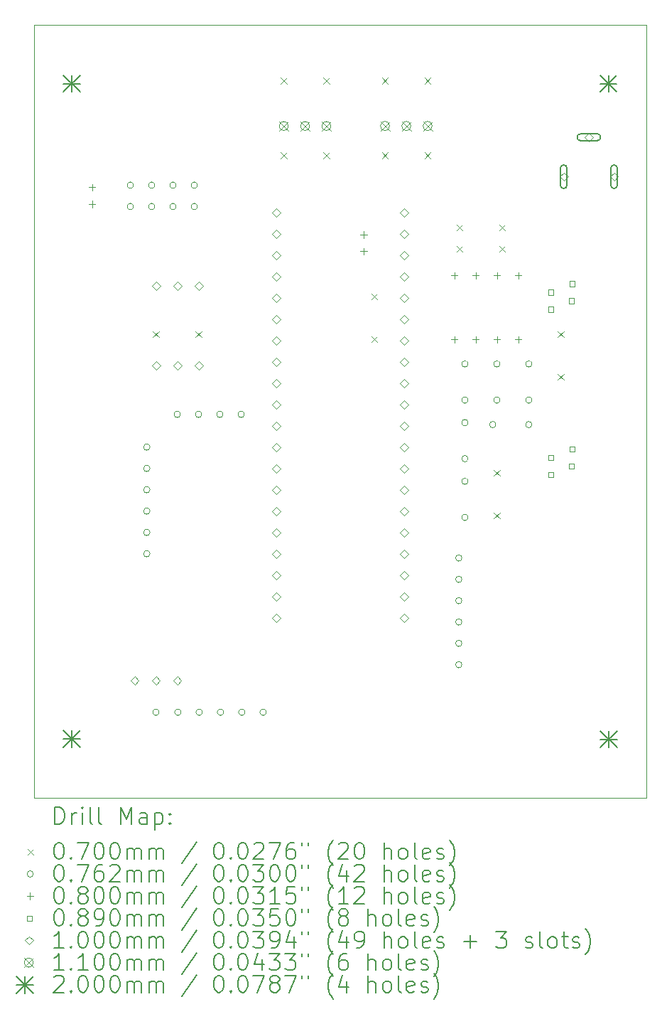
<source format=gbr>
%FSLAX45Y45*%
G04 Gerber Fmt 4.5, Leading zero omitted, Abs format (unit mm)*
G04 Created by KiCad (PCBNEW (6.0.4)) date 2023-07-19 00:07:37*
%MOMM*%
%LPD*%
G01*
G04 APERTURE LIST*
%TA.AperFunction,Profile*%
%ADD10C,0.100000*%
%TD*%
%ADD11C,0.200000*%
%ADD12C,0.070000*%
%ADD13C,0.076200*%
%ADD14C,0.080000*%
%ADD15C,0.089000*%
%ADD16C,0.100000*%
%ADD17C,0.110000*%
G04 APERTURE END LIST*
D10*
X0Y9200000D02*
X7300000Y9200000D01*
X7300000Y9200000D02*
X7300000Y0D01*
X7300000Y0D02*
X0Y0D01*
X0Y0D02*
X0Y9200000D01*
D11*
D12*
X1420500Y5554500D02*
X1490500Y5484500D01*
X1490500Y5554500D02*
X1420500Y5484500D01*
X1928500Y5554500D02*
X1998500Y5484500D01*
X1998500Y5554500D02*
X1928500Y5484500D01*
X2944500Y8570000D02*
X3014500Y8500000D01*
X3014500Y8570000D02*
X2944500Y8500000D01*
X2944500Y7681000D02*
X3014500Y7611000D01*
X3014500Y7681000D02*
X2944500Y7611000D01*
X3452500Y8570000D02*
X3522500Y8500000D01*
X3522500Y8570000D02*
X3452500Y8500000D01*
X3452500Y7681000D02*
X3522500Y7611000D01*
X3522500Y7681000D02*
X3452500Y7611000D01*
X4024000Y5999000D02*
X4094000Y5929000D01*
X4094000Y5999000D02*
X4024000Y5929000D01*
X4024000Y5491000D02*
X4094000Y5421000D01*
X4094000Y5491000D02*
X4024000Y5421000D01*
X4151000Y8570000D02*
X4221000Y8500000D01*
X4221000Y8570000D02*
X4151000Y8500000D01*
X4151000Y7681000D02*
X4221000Y7611000D01*
X4221000Y7681000D02*
X4151000Y7611000D01*
X4659000Y8570000D02*
X4729000Y8500000D01*
X4729000Y8570000D02*
X4659000Y8500000D01*
X4659000Y7681000D02*
X4729000Y7611000D01*
X4729000Y7681000D02*
X4659000Y7611000D01*
X5040000Y6824500D02*
X5110000Y6754500D01*
X5110000Y6824500D02*
X5040000Y6754500D01*
X5040000Y6570500D02*
X5110000Y6500500D01*
X5110000Y6570500D02*
X5040000Y6500500D01*
X5484500Y3903500D02*
X5554500Y3833500D01*
X5554500Y3903500D02*
X5484500Y3833500D01*
X5484500Y3395500D02*
X5554500Y3325500D01*
X5554500Y3395500D02*
X5484500Y3325500D01*
X5548000Y6824500D02*
X5618000Y6754500D01*
X5618000Y6824500D02*
X5548000Y6754500D01*
X5548000Y6570500D02*
X5618000Y6500500D01*
X5618000Y6570500D02*
X5548000Y6500500D01*
X6246500Y5554500D02*
X6316500Y5484500D01*
X6316500Y5554500D02*
X6246500Y5484500D01*
X6246500Y5046500D02*
X6316500Y4976500D01*
X6316500Y5046500D02*
X6246500Y4976500D01*
D13*
X1188800Y7291000D02*
G75*
G03*
X1188800Y7291000I-38100J0D01*
G01*
X1188800Y7037000D02*
G75*
G03*
X1188800Y7037000I-38100J0D01*
G01*
X1384600Y4173300D02*
G75*
G03*
X1384600Y4173300I-38100J0D01*
G01*
X1384600Y3919300D02*
G75*
G03*
X1384600Y3919300I-38100J0D01*
G01*
X1384600Y3665300D02*
G75*
G03*
X1384600Y3665300I-38100J0D01*
G01*
X1384600Y3411300D02*
G75*
G03*
X1384600Y3411300I-38100J0D01*
G01*
X1384600Y3157300D02*
G75*
G03*
X1384600Y3157300I-38100J0D01*
G01*
X1384600Y2903300D02*
G75*
G03*
X1384600Y2903300I-38100J0D01*
G01*
X1442800Y7291000D02*
G75*
G03*
X1442800Y7291000I-38100J0D01*
G01*
X1442800Y7037000D02*
G75*
G03*
X1442800Y7037000I-38100J0D01*
G01*
X1493600Y1016000D02*
G75*
G03*
X1493600Y1016000I-38100J0D01*
G01*
X1696800Y7291000D02*
G75*
G03*
X1696800Y7291000I-38100J0D01*
G01*
X1696800Y7037000D02*
G75*
G03*
X1696800Y7037000I-38100J0D01*
G01*
X1747600Y4562000D02*
G75*
G03*
X1747600Y4562000I-38100J0D01*
G01*
X1755600Y1016000D02*
G75*
G03*
X1755600Y1016000I-38100J0D01*
G01*
X1950800Y7291000D02*
G75*
G03*
X1950800Y7291000I-38100J0D01*
G01*
X1950800Y7037000D02*
G75*
G03*
X1950800Y7037000I-38100J0D01*
G01*
X2001600Y4562000D02*
G75*
G03*
X2001600Y4562000I-38100J0D01*
G01*
X2009600Y1016000D02*
G75*
G03*
X2009600Y1016000I-38100J0D01*
G01*
X2255600Y4562000D02*
G75*
G03*
X2255600Y4562000I-38100J0D01*
G01*
X2263600Y1016000D02*
G75*
G03*
X2263600Y1016000I-38100J0D01*
G01*
X2509600Y4562000D02*
G75*
G03*
X2509600Y4562000I-38100J0D01*
G01*
X2517600Y1016000D02*
G75*
G03*
X2517600Y1016000I-38100J0D01*
G01*
X2771600Y1016000D02*
G75*
G03*
X2771600Y1016000I-38100J0D01*
G01*
X5103100Y2852500D02*
G75*
G03*
X5103100Y2852500I-38100J0D01*
G01*
X5103100Y2598500D02*
G75*
G03*
X5103100Y2598500I-38100J0D01*
G01*
X5103100Y2344500D02*
G75*
G03*
X5103100Y2344500I-38100J0D01*
G01*
X5103100Y2090500D02*
G75*
G03*
X5103100Y2090500I-38100J0D01*
G01*
X5103100Y1836500D02*
G75*
G03*
X5103100Y1836500I-38100J0D01*
G01*
X5103100Y1582500D02*
G75*
G03*
X5103100Y1582500I-38100J0D01*
G01*
X5176600Y5163000D02*
G75*
G03*
X5176600Y5163000I-38100J0D01*
G01*
X5176600Y4733000D02*
G75*
G03*
X5176600Y4733000I-38100J0D01*
G01*
X5176600Y4464500D02*
G75*
G03*
X5176600Y4464500I-38100J0D01*
G01*
X5176600Y4034500D02*
G75*
G03*
X5176600Y4034500I-38100J0D01*
G01*
X5176600Y3766000D02*
G75*
G03*
X5176600Y3766000I-38100J0D01*
G01*
X5176600Y3336000D02*
G75*
G03*
X5176600Y3336000I-38100J0D01*
G01*
X5507700Y4440000D02*
G75*
G03*
X5507700Y4440000I-38100J0D01*
G01*
X5557600Y5163000D02*
G75*
G03*
X5557600Y5163000I-38100J0D01*
G01*
X5557600Y4733000D02*
G75*
G03*
X5557600Y4733000I-38100J0D01*
G01*
X5937700Y4440000D02*
G75*
G03*
X5937700Y4440000I-38100J0D01*
G01*
X5938600Y5163000D02*
G75*
G03*
X5938600Y5163000I-38100J0D01*
G01*
X5938600Y4733000D02*
G75*
G03*
X5938600Y4733000I-38100J0D01*
G01*
D14*
X693500Y7306011D02*
X693500Y7226011D01*
X653500Y7266011D02*
X733500Y7266011D01*
X693500Y7106011D02*
X693500Y7026011D01*
X653500Y7066011D02*
X733500Y7066011D01*
X3932000Y6743489D02*
X3932000Y6663489D01*
X3892000Y6703489D02*
X3972000Y6703489D01*
X3932000Y6543489D02*
X3932000Y6463489D01*
X3892000Y6503489D02*
X3972000Y6503489D01*
X5012500Y6256500D02*
X5012500Y6176500D01*
X4972500Y6216500D02*
X5052500Y6216500D01*
X5012500Y5494500D02*
X5012500Y5414500D01*
X4972500Y5454500D02*
X5052500Y5454500D01*
X5266500Y6256500D02*
X5266500Y6176500D01*
X5226500Y6216500D02*
X5306500Y6216500D01*
X5266500Y5494500D02*
X5266500Y5414500D01*
X5226500Y5454500D02*
X5306500Y5454500D01*
X5520500Y6256500D02*
X5520500Y6176500D01*
X5480500Y6216500D02*
X5560500Y6216500D01*
X5520500Y5494500D02*
X5520500Y5414500D01*
X5480500Y5454500D02*
X5560500Y5454500D01*
X5774500Y6256500D02*
X5774500Y6176500D01*
X5734500Y6216500D02*
X5814500Y6216500D01*
X5774500Y5494500D02*
X5774500Y5414500D01*
X5734500Y5454500D02*
X5814500Y5454500D01*
D15*
X6196467Y5983533D02*
X6196467Y6046467D01*
X6133533Y6046467D01*
X6133533Y5983533D01*
X6196467Y5983533D01*
X6196467Y5780033D02*
X6196467Y5842967D01*
X6133533Y5842967D01*
X6133533Y5780033D01*
X6196467Y5780033D01*
X6196467Y4015033D02*
X6196467Y4077967D01*
X6133533Y4077967D01*
X6133533Y4015033D01*
X6196467Y4015033D01*
X6196467Y3811533D02*
X6196467Y3874467D01*
X6133533Y3874467D01*
X6133533Y3811533D01*
X6196467Y3811533D01*
X6440467Y5881533D02*
X6440467Y5944467D01*
X6377533Y5944467D01*
X6377533Y5881533D01*
X6440467Y5881533D01*
X6440467Y3913033D02*
X6440467Y3975967D01*
X6377533Y3975967D01*
X6377533Y3913033D01*
X6440467Y3913033D01*
X6450467Y6085033D02*
X6450467Y6147967D01*
X6387533Y6147967D01*
X6387533Y6085033D01*
X6450467Y6085033D01*
X6450467Y4116533D02*
X6450467Y4179467D01*
X6387533Y4179467D01*
X6387533Y4116533D01*
X6450467Y4116533D01*
D16*
X1201500Y1342000D02*
X1251500Y1392000D01*
X1201500Y1442000D01*
X1151500Y1392000D01*
X1201500Y1342000D01*
X1455500Y1342000D02*
X1505500Y1392000D01*
X1455500Y1442000D01*
X1405500Y1392000D01*
X1455500Y1342000D01*
X1457000Y6043500D02*
X1507000Y6093500D01*
X1457000Y6143500D01*
X1407000Y6093500D01*
X1457000Y6043500D01*
X1457000Y5091000D02*
X1507000Y5141000D01*
X1457000Y5191000D01*
X1407000Y5141000D01*
X1457000Y5091000D01*
X1709500Y1342000D02*
X1759500Y1392000D01*
X1709500Y1442000D01*
X1659500Y1392000D01*
X1709500Y1342000D01*
X1711000Y6043500D02*
X1761000Y6093500D01*
X1711000Y6143500D01*
X1661000Y6093500D01*
X1711000Y6043500D01*
X1711000Y5091000D02*
X1761000Y5141000D01*
X1711000Y5191000D01*
X1661000Y5141000D01*
X1711000Y5091000D01*
X1965000Y6043500D02*
X2015000Y6093500D01*
X1965000Y6143500D01*
X1915000Y6093500D01*
X1965000Y6043500D01*
X1965000Y5091000D02*
X2015000Y5141000D01*
X1965000Y5191000D01*
X1915000Y5141000D01*
X1965000Y5091000D01*
X2888000Y6913000D02*
X2938000Y6963000D01*
X2888000Y7013000D01*
X2838000Y6963000D01*
X2888000Y6913000D01*
X2888000Y6659000D02*
X2938000Y6709000D01*
X2888000Y6759000D01*
X2838000Y6709000D01*
X2888000Y6659000D01*
X2888000Y6405000D02*
X2938000Y6455000D01*
X2888000Y6505000D01*
X2838000Y6455000D01*
X2888000Y6405000D01*
X2888000Y6151000D02*
X2938000Y6201000D01*
X2888000Y6251000D01*
X2838000Y6201000D01*
X2888000Y6151000D01*
X2888000Y5897000D02*
X2938000Y5947000D01*
X2888000Y5997000D01*
X2838000Y5947000D01*
X2888000Y5897000D01*
X2888000Y5643000D02*
X2938000Y5693000D01*
X2888000Y5743000D01*
X2838000Y5693000D01*
X2888000Y5643000D01*
X2888000Y5389000D02*
X2938000Y5439000D01*
X2888000Y5489000D01*
X2838000Y5439000D01*
X2888000Y5389000D01*
X2888000Y5135000D02*
X2938000Y5185000D01*
X2888000Y5235000D01*
X2838000Y5185000D01*
X2888000Y5135000D01*
X2888000Y4881000D02*
X2938000Y4931000D01*
X2888000Y4981000D01*
X2838000Y4931000D01*
X2888000Y4881000D01*
X2888000Y4627000D02*
X2938000Y4677000D01*
X2888000Y4727000D01*
X2838000Y4677000D01*
X2888000Y4627000D01*
X2888000Y4373000D02*
X2938000Y4423000D01*
X2888000Y4473000D01*
X2838000Y4423000D01*
X2888000Y4373000D01*
X2888000Y4119000D02*
X2938000Y4169000D01*
X2888000Y4219000D01*
X2838000Y4169000D01*
X2888000Y4119000D01*
X2888000Y3865000D02*
X2938000Y3915000D01*
X2888000Y3965000D01*
X2838000Y3915000D01*
X2888000Y3865000D01*
X2888000Y3611000D02*
X2938000Y3661000D01*
X2888000Y3711000D01*
X2838000Y3661000D01*
X2888000Y3611000D01*
X2888000Y3357000D02*
X2938000Y3407000D01*
X2888000Y3457000D01*
X2838000Y3407000D01*
X2888000Y3357000D01*
X2888000Y3103000D02*
X2938000Y3153000D01*
X2888000Y3203000D01*
X2838000Y3153000D01*
X2888000Y3103000D01*
X2888000Y2849000D02*
X2938000Y2899000D01*
X2888000Y2949000D01*
X2838000Y2899000D01*
X2888000Y2849000D01*
X2888000Y2595000D02*
X2938000Y2645000D01*
X2888000Y2695000D01*
X2838000Y2645000D01*
X2888000Y2595000D01*
X2888000Y2341000D02*
X2938000Y2391000D01*
X2888000Y2441000D01*
X2838000Y2391000D01*
X2888000Y2341000D01*
X2888000Y2087000D02*
X2938000Y2137000D01*
X2888000Y2187000D01*
X2838000Y2137000D01*
X2888000Y2087000D01*
X4412000Y6913000D02*
X4462000Y6963000D01*
X4412000Y7013000D01*
X4362000Y6963000D01*
X4412000Y6913000D01*
X4412000Y6659000D02*
X4462000Y6709000D01*
X4412000Y6759000D01*
X4362000Y6709000D01*
X4412000Y6659000D01*
X4412000Y6405000D02*
X4462000Y6455000D01*
X4412000Y6505000D01*
X4362000Y6455000D01*
X4412000Y6405000D01*
X4412000Y6151000D02*
X4462000Y6201000D01*
X4412000Y6251000D01*
X4362000Y6201000D01*
X4412000Y6151000D01*
X4412000Y5897000D02*
X4462000Y5947000D01*
X4412000Y5997000D01*
X4362000Y5947000D01*
X4412000Y5897000D01*
X4412000Y5643000D02*
X4462000Y5693000D01*
X4412000Y5743000D01*
X4362000Y5693000D01*
X4412000Y5643000D01*
X4412000Y5389000D02*
X4462000Y5439000D01*
X4412000Y5489000D01*
X4362000Y5439000D01*
X4412000Y5389000D01*
X4412000Y5135000D02*
X4462000Y5185000D01*
X4412000Y5235000D01*
X4362000Y5185000D01*
X4412000Y5135000D01*
X4412000Y4881000D02*
X4462000Y4931000D01*
X4412000Y4981000D01*
X4362000Y4931000D01*
X4412000Y4881000D01*
X4412000Y4627000D02*
X4462000Y4677000D01*
X4412000Y4727000D01*
X4362000Y4677000D01*
X4412000Y4627000D01*
X4412000Y4373000D02*
X4462000Y4423000D01*
X4412000Y4473000D01*
X4362000Y4423000D01*
X4412000Y4373000D01*
X4412000Y4119000D02*
X4462000Y4169000D01*
X4412000Y4219000D01*
X4362000Y4169000D01*
X4412000Y4119000D01*
X4412000Y3865000D02*
X4462000Y3915000D01*
X4412000Y3965000D01*
X4362000Y3915000D01*
X4412000Y3865000D01*
X4412000Y3611000D02*
X4462000Y3661000D01*
X4412000Y3711000D01*
X4362000Y3661000D01*
X4412000Y3611000D01*
X4412000Y3357000D02*
X4462000Y3407000D01*
X4412000Y3457000D01*
X4362000Y3407000D01*
X4412000Y3357000D01*
X4412000Y3103000D02*
X4462000Y3153000D01*
X4412000Y3203000D01*
X4362000Y3153000D01*
X4412000Y3103000D01*
X4412000Y2849000D02*
X4462000Y2899000D01*
X4412000Y2949000D01*
X4362000Y2899000D01*
X4412000Y2849000D01*
X4412000Y2595000D02*
X4462000Y2645000D01*
X4412000Y2695000D01*
X4362000Y2645000D01*
X4412000Y2595000D01*
X4412000Y2341000D02*
X4462000Y2391000D01*
X4412000Y2441000D01*
X4362000Y2391000D01*
X4412000Y2341000D01*
X4412000Y2087000D02*
X4462000Y2137000D01*
X4412000Y2187000D01*
X4362000Y2137000D01*
X4412000Y2087000D01*
X6316500Y7342250D02*
X6366500Y7392250D01*
X6316500Y7442250D01*
X6266500Y7392250D01*
X6316500Y7342250D01*
D11*
X6356500Y7292250D02*
X6356500Y7492250D01*
X6276500Y7292250D02*
X6276500Y7492250D01*
X6356500Y7492250D02*
G75*
G03*
X6276500Y7492250I-40000J0D01*
G01*
X6276500Y7292250D02*
G75*
G03*
X6356500Y7292250I40000J0D01*
G01*
D16*
X6616500Y7812250D02*
X6666500Y7862250D01*
X6616500Y7912250D01*
X6566500Y7862250D01*
X6616500Y7812250D01*
D11*
X6716500Y7902250D02*
X6516500Y7902250D01*
X6716500Y7822250D02*
X6516500Y7822250D01*
X6516500Y7902250D02*
G75*
G03*
X6516500Y7822250I0J-40000D01*
G01*
X6716500Y7822250D02*
G75*
G03*
X6716500Y7902250I0J40000D01*
G01*
D16*
X6916500Y7342250D02*
X6966500Y7392250D01*
X6916500Y7442250D01*
X6866500Y7392250D01*
X6916500Y7342250D01*
D11*
X6956500Y7292250D02*
X6956500Y7492250D01*
X6876500Y7292250D02*
X6876500Y7492250D01*
X6956500Y7492250D02*
G75*
G03*
X6876500Y7492250I-40000J0D01*
G01*
X6876500Y7292250D02*
G75*
G03*
X6956500Y7292250I40000J0D01*
G01*
D17*
X2924500Y8051000D02*
X3034500Y7941000D01*
X3034500Y8051000D02*
X2924500Y7941000D01*
X3034500Y7996000D02*
G75*
G03*
X3034500Y7996000I-55000J0D01*
G01*
X3178500Y8051000D02*
X3288500Y7941000D01*
X3288500Y8051000D02*
X3178500Y7941000D01*
X3288500Y7996000D02*
G75*
G03*
X3288500Y7996000I-55000J0D01*
G01*
X3432500Y8051000D02*
X3542500Y7941000D01*
X3542500Y8051000D02*
X3432500Y7941000D01*
X3542500Y7996000D02*
G75*
G03*
X3542500Y7996000I-55000J0D01*
G01*
X4131000Y8051000D02*
X4241000Y7941000D01*
X4241000Y8051000D02*
X4131000Y7941000D01*
X4241000Y7996000D02*
G75*
G03*
X4241000Y7996000I-55000J0D01*
G01*
X4385000Y8051000D02*
X4495000Y7941000D01*
X4495000Y8051000D02*
X4385000Y7941000D01*
X4495000Y7996000D02*
G75*
G03*
X4495000Y7996000I-55000J0D01*
G01*
X4639000Y8051000D02*
X4749000Y7941000D01*
X4749000Y8051000D02*
X4639000Y7941000D01*
X4749000Y7996000D02*
G75*
G03*
X4749000Y7996000I-55000J0D01*
G01*
D11*
X350000Y8600000D02*
X550000Y8400000D01*
X550000Y8600000D02*
X350000Y8400000D01*
X450000Y8600000D02*
X450000Y8400000D01*
X350000Y8500000D02*
X550000Y8500000D01*
X350000Y800000D02*
X550000Y600000D01*
X550000Y800000D02*
X350000Y600000D01*
X450000Y800000D02*
X450000Y600000D01*
X350000Y700000D02*
X550000Y700000D01*
X6750000Y8600000D02*
X6950000Y8400000D01*
X6950000Y8600000D02*
X6750000Y8400000D01*
X6850000Y8600000D02*
X6850000Y8400000D01*
X6750000Y8500000D02*
X6950000Y8500000D01*
X6753000Y793500D02*
X6953000Y593500D01*
X6953000Y793500D02*
X6753000Y593500D01*
X6853000Y793500D02*
X6853000Y593500D01*
X6753000Y693500D02*
X6953000Y693500D01*
X252619Y-315476D02*
X252619Y-115476D01*
X300238Y-115476D01*
X328810Y-125000D01*
X347857Y-144048D01*
X357381Y-163095D01*
X366905Y-201190D01*
X366905Y-229762D01*
X357381Y-267857D01*
X347857Y-286905D01*
X328810Y-305952D01*
X300238Y-315476D01*
X252619Y-315476D01*
X452619Y-315476D02*
X452619Y-182143D01*
X452619Y-220238D02*
X462143Y-201190D01*
X471667Y-191667D01*
X490714Y-182143D01*
X509762Y-182143D01*
X576429Y-315476D02*
X576429Y-182143D01*
X576429Y-115476D02*
X566905Y-125000D01*
X576429Y-134524D01*
X585952Y-125000D01*
X576429Y-115476D01*
X576429Y-134524D01*
X700238Y-315476D02*
X681190Y-305952D01*
X671667Y-286905D01*
X671667Y-115476D01*
X805000Y-315476D02*
X785952Y-305952D01*
X776428Y-286905D01*
X776428Y-115476D01*
X1033571Y-315476D02*
X1033571Y-115476D01*
X1100238Y-258333D01*
X1166905Y-115476D01*
X1166905Y-315476D01*
X1347857Y-315476D02*
X1347857Y-210714D01*
X1338333Y-191667D01*
X1319286Y-182143D01*
X1281190Y-182143D01*
X1262143Y-191667D01*
X1347857Y-305952D02*
X1328810Y-315476D01*
X1281190Y-315476D01*
X1262143Y-305952D01*
X1252619Y-286905D01*
X1252619Y-267857D01*
X1262143Y-248809D01*
X1281190Y-239286D01*
X1328810Y-239286D01*
X1347857Y-229762D01*
X1443095Y-182143D02*
X1443095Y-382143D01*
X1443095Y-191667D02*
X1462143Y-182143D01*
X1500238Y-182143D01*
X1519286Y-191667D01*
X1528809Y-201190D01*
X1538333Y-220238D01*
X1538333Y-277381D01*
X1528809Y-296429D01*
X1519286Y-305952D01*
X1500238Y-315476D01*
X1462143Y-315476D01*
X1443095Y-305952D01*
X1624048Y-296429D02*
X1633571Y-305952D01*
X1624048Y-315476D01*
X1614524Y-305952D01*
X1624048Y-296429D01*
X1624048Y-315476D01*
X1624048Y-191667D02*
X1633571Y-201190D01*
X1624048Y-210714D01*
X1614524Y-201190D01*
X1624048Y-191667D01*
X1624048Y-210714D01*
D12*
X-75000Y-610000D02*
X-5000Y-680000D01*
X-5000Y-610000D02*
X-75000Y-680000D01*
D11*
X290714Y-535476D02*
X309762Y-535476D01*
X328810Y-545000D01*
X338333Y-554524D01*
X347857Y-573571D01*
X357381Y-611667D01*
X357381Y-659286D01*
X347857Y-697381D01*
X338333Y-716428D01*
X328810Y-725952D01*
X309762Y-735476D01*
X290714Y-735476D01*
X271667Y-725952D01*
X262143Y-716428D01*
X252619Y-697381D01*
X243095Y-659286D01*
X243095Y-611667D01*
X252619Y-573571D01*
X262143Y-554524D01*
X271667Y-545000D01*
X290714Y-535476D01*
X443095Y-716428D02*
X452619Y-725952D01*
X443095Y-735476D01*
X433571Y-725952D01*
X443095Y-716428D01*
X443095Y-735476D01*
X519286Y-535476D02*
X652619Y-535476D01*
X566905Y-735476D01*
X766905Y-535476D02*
X785952Y-535476D01*
X805000Y-545000D01*
X814524Y-554524D01*
X824048Y-573571D01*
X833571Y-611667D01*
X833571Y-659286D01*
X824048Y-697381D01*
X814524Y-716428D01*
X805000Y-725952D01*
X785952Y-735476D01*
X766905Y-735476D01*
X747857Y-725952D01*
X738333Y-716428D01*
X728809Y-697381D01*
X719286Y-659286D01*
X719286Y-611667D01*
X728809Y-573571D01*
X738333Y-554524D01*
X747857Y-545000D01*
X766905Y-535476D01*
X957381Y-535476D02*
X976428Y-535476D01*
X995476Y-545000D01*
X1005000Y-554524D01*
X1014524Y-573571D01*
X1024048Y-611667D01*
X1024048Y-659286D01*
X1014524Y-697381D01*
X1005000Y-716428D01*
X995476Y-725952D01*
X976428Y-735476D01*
X957381Y-735476D01*
X938333Y-725952D01*
X928809Y-716428D01*
X919286Y-697381D01*
X909762Y-659286D01*
X909762Y-611667D01*
X919286Y-573571D01*
X928809Y-554524D01*
X938333Y-545000D01*
X957381Y-535476D01*
X1109762Y-735476D02*
X1109762Y-602143D01*
X1109762Y-621190D02*
X1119286Y-611667D01*
X1138333Y-602143D01*
X1166905Y-602143D01*
X1185952Y-611667D01*
X1195476Y-630714D01*
X1195476Y-735476D01*
X1195476Y-630714D02*
X1205000Y-611667D01*
X1224048Y-602143D01*
X1252619Y-602143D01*
X1271667Y-611667D01*
X1281190Y-630714D01*
X1281190Y-735476D01*
X1376429Y-735476D02*
X1376429Y-602143D01*
X1376429Y-621190D02*
X1385952Y-611667D01*
X1405000Y-602143D01*
X1433571Y-602143D01*
X1452619Y-611667D01*
X1462143Y-630714D01*
X1462143Y-735476D01*
X1462143Y-630714D02*
X1471667Y-611667D01*
X1490714Y-602143D01*
X1519286Y-602143D01*
X1538333Y-611667D01*
X1547857Y-630714D01*
X1547857Y-735476D01*
X1938333Y-525952D02*
X1766905Y-783095D01*
X2195476Y-535476D02*
X2214524Y-535476D01*
X2233571Y-545000D01*
X2243095Y-554524D01*
X2252619Y-573571D01*
X2262143Y-611667D01*
X2262143Y-659286D01*
X2252619Y-697381D01*
X2243095Y-716428D01*
X2233571Y-725952D01*
X2214524Y-735476D01*
X2195476Y-735476D01*
X2176429Y-725952D01*
X2166905Y-716428D01*
X2157381Y-697381D01*
X2147857Y-659286D01*
X2147857Y-611667D01*
X2157381Y-573571D01*
X2166905Y-554524D01*
X2176429Y-545000D01*
X2195476Y-535476D01*
X2347857Y-716428D02*
X2357381Y-725952D01*
X2347857Y-735476D01*
X2338333Y-725952D01*
X2347857Y-716428D01*
X2347857Y-735476D01*
X2481190Y-535476D02*
X2500238Y-535476D01*
X2519286Y-545000D01*
X2528810Y-554524D01*
X2538333Y-573571D01*
X2547857Y-611667D01*
X2547857Y-659286D01*
X2538333Y-697381D01*
X2528810Y-716428D01*
X2519286Y-725952D01*
X2500238Y-735476D01*
X2481190Y-735476D01*
X2462143Y-725952D01*
X2452619Y-716428D01*
X2443095Y-697381D01*
X2433571Y-659286D01*
X2433571Y-611667D01*
X2443095Y-573571D01*
X2452619Y-554524D01*
X2462143Y-545000D01*
X2481190Y-535476D01*
X2624048Y-554524D02*
X2633571Y-545000D01*
X2652619Y-535476D01*
X2700238Y-535476D01*
X2719286Y-545000D01*
X2728810Y-554524D01*
X2738333Y-573571D01*
X2738333Y-592619D01*
X2728810Y-621190D01*
X2614524Y-735476D01*
X2738333Y-735476D01*
X2805000Y-535476D02*
X2938333Y-535476D01*
X2852619Y-735476D01*
X3100238Y-535476D02*
X3062143Y-535476D01*
X3043095Y-545000D01*
X3033571Y-554524D01*
X3014524Y-583095D01*
X3005000Y-621190D01*
X3005000Y-697381D01*
X3014524Y-716428D01*
X3024048Y-725952D01*
X3043095Y-735476D01*
X3081190Y-735476D01*
X3100238Y-725952D01*
X3109762Y-716428D01*
X3119286Y-697381D01*
X3119286Y-649762D01*
X3109762Y-630714D01*
X3100238Y-621190D01*
X3081190Y-611667D01*
X3043095Y-611667D01*
X3024048Y-621190D01*
X3014524Y-630714D01*
X3005000Y-649762D01*
X3195476Y-535476D02*
X3195476Y-573571D01*
X3271667Y-535476D02*
X3271667Y-573571D01*
X3566905Y-811667D02*
X3557381Y-802143D01*
X3538333Y-773571D01*
X3528809Y-754524D01*
X3519286Y-725952D01*
X3509762Y-678333D01*
X3509762Y-640238D01*
X3519286Y-592619D01*
X3528809Y-564048D01*
X3538333Y-545000D01*
X3557381Y-516428D01*
X3566905Y-506905D01*
X3633571Y-554524D02*
X3643095Y-545000D01*
X3662143Y-535476D01*
X3709762Y-535476D01*
X3728809Y-545000D01*
X3738333Y-554524D01*
X3747857Y-573571D01*
X3747857Y-592619D01*
X3738333Y-621190D01*
X3624048Y-735476D01*
X3747857Y-735476D01*
X3871667Y-535476D02*
X3890714Y-535476D01*
X3909762Y-545000D01*
X3919286Y-554524D01*
X3928809Y-573571D01*
X3938333Y-611667D01*
X3938333Y-659286D01*
X3928809Y-697381D01*
X3919286Y-716428D01*
X3909762Y-725952D01*
X3890714Y-735476D01*
X3871667Y-735476D01*
X3852619Y-725952D01*
X3843095Y-716428D01*
X3833571Y-697381D01*
X3824048Y-659286D01*
X3824048Y-611667D01*
X3833571Y-573571D01*
X3843095Y-554524D01*
X3852619Y-545000D01*
X3871667Y-535476D01*
X4176428Y-735476D02*
X4176428Y-535476D01*
X4262143Y-735476D02*
X4262143Y-630714D01*
X4252619Y-611667D01*
X4233571Y-602143D01*
X4205000Y-602143D01*
X4185952Y-611667D01*
X4176428Y-621190D01*
X4385952Y-735476D02*
X4366905Y-725952D01*
X4357381Y-716428D01*
X4347857Y-697381D01*
X4347857Y-640238D01*
X4357381Y-621190D01*
X4366905Y-611667D01*
X4385952Y-602143D01*
X4414524Y-602143D01*
X4433571Y-611667D01*
X4443095Y-621190D01*
X4452619Y-640238D01*
X4452619Y-697381D01*
X4443095Y-716428D01*
X4433571Y-725952D01*
X4414524Y-735476D01*
X4385952Y-735476D01*
X4566905Y-735476D02*
X4547857Y-725952D01*
X4538333Y-706905D01*
X4538333Y-535476D01*
X4719286Y-725952D02*
X4700238Y-735476D01*
X4662143Y-735476D01*
X4643095Y-725952D01*
X4633571Y-706905D01*
X4633571Y-630714D01*
X4643095Y-611667D01*
X4662143Y-602143D01*
X4700238Y-602143D01*
X4719286Y-611667D01*
X4728810Y-630714D01*
X4728810Y-649762D01*
X4633571Y-668810D01*
X4805000Y-725952D02*
X4824048Y-735476D01*
X4862143Y-735476D01*
X4881190Y-725952D01*
X4890714Y-706905D01*
X4890714Y-697381D01*
X4881190Y-678333D01*
X4862143Y-668810D01*
X4833571Y-668810D01*
X4814524Y-659286D01*
X4805000Y-640238D01*
X4805000Y-630714D01*
X4814524Y-611667D01*
X4833571Y-602143D01*
X4862143Y-602143D01*
X4881190Y-611667D01*
X4957381Y-811667D02*
X4966905Y-802143D01*
X4985952Y-773571D01*
X4995476Y-754524D01*
X5005000Y-725952D01*
X5014524Y-678333D01*
X5014524Y-640238D01*
X5005000Y-592619D01*
X4995476Y-564048D01*
X4985952Y-545000D01*
X4966905Y-516428D01*
X4957381Y-506905D01*
D13*
X-5000Y-909000D02*
G75*
G03*
X-5000Y-909000I-38100J0D01*
G01*
D11*
X290714Y-799476D02*
X309762Y-799476D01*
X328810Y-809000D01*
X338333Y-818524D01*
X347857Y-837571D01*
X357381Y-875667D01*
X357381Y-923286D01*
X347857Y-961381D01*
X338333Y-980428D01*
X328810Y-989952D01*
X309762Y-999476D01*
X290714Y-999476D01*
X271667Y-989952D01*
X262143Y-980428D01*
X252619Y-961381D01*
X243095Y-923286D01*
X243095Y-875667D01*
X252619Y-837571D01*
X262143Y-818524D01*
X271667Y-809000D01*
X290714Y-799476D01*
X443095Y-980428D02*
X452619Y-989952D01*
X443095Y-999476D01*
X433571Y-989952D01*
X443095Y-980428D01*
X443095Y-999476D01*
X519286Y-799476D02*
X652619Y-799476D01*
X566905Y-999476D01*
X814524Y-799476D02*
X776428Y-799476D01*
X757381Y-809000D01*
X747857Y-818524D01*
X728809Y-847095D01*
X719286Y-885190D01*
X719286Y-961381D01*
X728809Y-980428D01*
X738333Y-989952D01*
X757381Y-999476D01*
X795476Y-999476D01*
X814524Y-989952D01*
X824048Y-980428D01*
X833571Y-961381D01*
X833571Y-913762D01*
X824048Y-894714D01*
X814524Y-885190D01*
X795476Y-875667D01*
X757381Y-875667D01*
X738333Y-885190D01*
X728809Y-894714D01*
X719286Y-913762D01*
X909762Y-818524D02*
X919286Y-809000D01*
X938333Y-799476D01*
X985952Y-799476D01*
X1005000Y-809000D01*
X1014524Y-818524D01*
X1024048Y-837571D01*
X1024048Y-856619D01*
X1014524Y-885190D01*
X900238Y-999476D01*
X1024048Y-999476D01*
X1109762Y-999476D02*
X1109762Y-866143D01*
X1109762Y-885190D02*
X1119286Y-875667D01*
X1138333Y-866143D01*
X1166905Y-866143D01*
X1185952Y-875667D01*
X1195476Y-894714D01*
X1195476Y-999476D01*
X1195476Y-894714D02*
X1205000Y-875667D01*
X1224048Y-866143D01*
X1252619Y-866143D01*
X1271667Y-875667D01*
X1281190Y-894714D01*
X1281190Y-999476D01*
X1376429Y-999476D02*
X1376429Y-866143D01*
X1376429Y-885190D02*
X1385952Y-875667D01*
X1405000Y-866143D01*
X1433571Y-866143D01*
X1452619Y-875667D01*
X1462143Y-894714D01*
X1462143Y-999476D01*
X1462143Y-894714D02*
X1471667Y-875667D01*
X1490714Y-866143D01*
X1519286Y-866143D01*
X1538333Y-875667D01*
X1547857Y-894714D01*
X1547857Y-999476D01*
X1938333Y-789952D02*
X1766905Y-1047095D01*
X2195476Y-799476D02*
X2214524Y-799476D01*
X2233571Y-809000D01*
X2243095Y-818524D01*
X2252619Y-837571D01*
X2262143Y-875667D01*
X2262143Y-923286D01*
X2252619Y-961381D01*
X2243095Y-980428D01*
X2233571Y-989952D01*
X2214524Y-999476D01*
X2195476Y-999476D01*
X2176429Y-989952D01*
X2166905Y-980428D01*
X2157381Y-961381D01*
X2147857Y-923286D01*
X2147857Y-875667D01*
X2157381Y-837571D01*
X2166905Y-818524D01*
X2176429Y-809000D01*
X2195476Y-799476D01*
X2347857Y-980428D02*
X2357381Y-989952D01*
X2347857Y-999476D01*
X2338333Y-989952D01*
X2347857Y-980428D01*
X2347857Y-999476D01*
X2481190Y-799476D02*
X2500238Y-799476D01*
X2519286Y-809000D01*
X2528810Y-818524D01*
X2538333Y-837571D01*
X2547857Y-875667D01*
X2547857Y-923286D01*
X2538333Y-961381D01*
X2528810Y-980428D01*
X2519286Y-989952D01*
X2500238Y-999476D01*
X2481190Y-999476D01*
X2462143Y-989952D01*
X2452619Y-980428D01*
X2443095Y-961381D01*
X2433571Y-923286D01*
X2433571Y-875667D01*
X2443095Y-837571D01*
X2452619Y-818524D01*
X2462143Y-809000D01*
X2481190Y-799476D01*
X2614524Y-799476D02*
X2738333Y-799476D01*
X2671667Y-875667D01*
X2700238Y-875667D01*
X2719286Y-885190D01*
X2728810Y-894714D01*
X2738333Y-913762D01*
X2738333Y-961381D01*
X2728810Y-980428D01*
X2719286Y-989952D01*
X2700238Y-999476D01*
X2643095Y-999476D01*
X2624048Y-989952D01*
X2614524Y-980428D01*
X2862143Y-799476D02*
X2881190Y-799476D01*
X2900238Y-809000D01*
X2909762Y-818524D01*
X2919286Y-837571D01*
X2928809Y-875667D01*
X2928809Y-923286D01*
X2919286Y-961381D01*
X2909762Y-980428D01*
X2900238Y-989952D01*
X2881190Y-999476D01*
X2862143Y-999476D01*
X2843095Y-989952D01*
X2833571Y-980428D01*
X2824048Y-961381D01*
X2814524Y-923286D01*
X2814524Y-875667D01*
X2824048Y-837571D01*
X2833571Y-818524D01*
X2843095Y-809000D01*
X2862143Y-799476D01*
X3052619Y-799476D02*
X3071667Y-799476D01*
X3090714Y-809000D01*
X3100238Y-818524D01*
X3109762Y-837571D01*
X3119286Y-875667D01*
X3119286Y-923286D01*
X3109762Y-961381D01*
X3100238Y-980428D01*
X3090714Y-989952D01*
X3071667Y-999476D01*
X3052619Y-999476D01*
X3033571Y-989952D01*
X3024048Y-980428D01*
X3014524Y-961381D01*
X3005000Y-923286D01*
X3005000Y-875667D01*
X3014524Y-837571D01*
X3024048Y-818524D01*
X3033571Y-809000D01*
X3052619Y-799476D01*
X3195476Y-799476D02*
X3195476Y-837571D01*
X3271667Y-799476D02*
X3271667Y-837571D01*
X3566905Y-1075667D02*
X3557381Y-1066143D01*
X3538333Y-1037571D01*
X3528809Y-1018524D01*
X3519286Y-989952D01*
X3509762Y-942333D01*
X3509762Y-904238D01*
X3519286Y-856619D01*
X3528809Y-828048D01*
X3538333Y-809000D01*
X3557381Y-780428D01*
X3566905Y-770905D01*
X3728809Y-866143D02*
X3728809Y-999476D01*
X3681190Y-789952D02*
X3633571Y-932809D01*
X3757381Y-932809D01*
X3824048Y-818524D02*
X3833571Y-809000D01*
X3852619Y-799476D01*
X3900238Y-799476D01*
X3919286Y-809000D01*
X3928809Y-818524D01*
X3938333Y-837571D01*
X3938333Y-856619D01*
X3928809Y-885190D01*
X3814524Y-999476D01*
X3938333Y-999476D01*
X4176428Y-999476D02*
X4176428Y-799476D01*
X4262143Y-999476D02*
X4262143Y-894714D01*
X4252619Y-875667D01*
X4233571Y-866143D01*
X4205000Y-866143D01*
X4185952Y-875667D01*
X4176428Y-885190D01*
X4385952Y-999476D02*
X4366905Y-989952D01*
X4357381Y-980428D01*
X4347857Y-961381D01*
X4347857Y-904238D01*
X4357381Y-885190D01*
X4366905Y-875667D01*
X4385952Y-866143D01*
X4414524Y-866143D01*
X4433571Y-875667D01*
X4443095Y-885190D01*
X4452619Y-904238D01*
X4452619Y-961381D01*
X4443095Y-980428D01*
X4433571Y-989952D01*
X4414524Y-999476D01*
X4385952Y-999476D01*
X4566905Y-999476D02*
X4547857Y-989952D01*
X4538333Y-970905D01*
X4538333Y-799476D01*
X4719286Y-989952D02*
X4700238Y-999476D01*
X4662143Y-999476D01*
X4643095Y-989952D01*
X4633571Y-970905D01*
X4633571Y-894714D01*
X4643095Y-875667D01*
X4662143Y-866143D01*
X4700238Y-866143D01*
X4719286Y-875667D01*
X4728810Y-894714D01*
X4728810Y-913762D01*
X4633571Y-932809D01*
X4805000Y-989952D02*
X4824048Y-999476D01*
X4862143Y-999476D01*
X4881190Y-989952D01*
X4890714Y-970905D01*
X4890714Y-961381D01*
X4881190Y-942333D01*
X4862143Y-932809D01*
X4833571Y-932809D01*
X4814524Y-923286D01*
X4805000Y-904238D01*
X4805000Y-894714D01*
X4814524Y-875667D01*
X4833571Y-866143D01*
X4862143Y-866143D01*
X4881190Y-875667D01*
X4957381Y-1075667D02*
X4966905Y-1066143D01*
X4985952Y-1037571D01*
X4995476Y-1018524D01*
X5005000Y-989952D01*
X5014524Y-942333D01*
X5014524Y-904238D01*
X5005000Y-856619D01*
X4995476Y-828048D01*
X4985952Y-809000D01*
X4966905Y-780428D01*
X4957381Y-770905D01*
D14*
X-45000Y-1133000D02*
X-45000Y-1213000D01*
X-85000Y-1173000D02*
X-5000Y-1173000D01*
D11*
X290714Y-1063476D02*
X309762Y-1063476D01*
X328810Y-1073000D01*
X338333Y-1082524D01*
X347857Y-1101571D01*
X357381Y-1139667D01*
X357381Y-1187286D01*
X347857Y-1225381D01*
X338333Y-1244429D01*
X328810Y-1253952D01*
X309762Y-1263476D01*
X290714Y-1263476D01*
X271667Y-1253952D01*
X262143Y-1244429D01*
X252619Y-1225381D01*
X243095Y-1187286D01*
X243095Y-1139667D01*
X252619Y-1101571D01*
X262143Y-1082524D01*
X271667Y-1073000D01*
X290714Y-1063476D01*
X443095Y-1244429D02*
X452619Y-1253952D01*
X443095Y-1263476D01*
X433571Y-1253952D01*
X443095Y-1244429D01*
X443095Y-1263476D01*
X566905Y-1149190D02*
X547857Y-1139667D01*
X538333Y-1130143D01*
X528810Y-1111095D01*
X528810Y-1101571D01*
X538333Y-1082524D01*
X547857Y-1073000D01*
X566905Y-1063476D01*
X605000Y-1063476D01*
X624048Y-1073000D01*
X633571Y-1082524D01*
X643095Y-1101571D01*
X643095Y-1111095D01*
X633571Y-1130143D01*
X624048Y-1139667D01*
X605000Y-1149190D01*
X566905Y-1149190D01*
X547857Y-1158714D01*
X538333Y-1168238D01*
X528810Y-1187286D01*
X528810Y-1225381D01*
X538333Y-1244429D01*
X547857Y-1253952D01*
X566905Y-1263476D01*
X605000Y-1263476D01*
X624048Y-1253952D01*
X633571Y-1244429D01*
X643095Y-1225381D01*
X643095Y-1187286D01*
X633571Y-1168238D01*
X624048Y-1158714D01*
X605000Y-1149190D01*
X766905Y-1063476D02*
X785952Y-1063476D01*
X805000Y-1073000D01*
X814524Y-1082524D01*
X824048Y-1101571D01*
X833571Y-1139667D01*
X833571Y-1187286D01*
X824048Y-1225381D01*
X814524Y-1244429D01*
X805000Y-1253952D01*
X785952Y-1263476D01*
X766905Y-1263476D01*
X747857Y-1253952D01*
X738333Y-1244429D01*
X728809Y-1225381D01*
X719286Y-1187286D01*
X719286Y-1139667D01*
X728809Y-1101571D01*
X738333Y-1082524D01*
X747857Y-1073000D01*
X766905Y-1063476D01*
X957381Y-1063476D02*
X976428Y-1063476D01*
X995476Y-1073000D01*
X1005000Y-1082524D01*
X1014524Y-1101571D01*
X1024048Y-1139667D01*
X1024048Y-1187286D01*
X1014524Y-1225381D01*
X1005000Y-1244429D01*
X995476Y-1253952D01*
X976428Y-1263476D01*
X957381Y-1263476D01*
X938333Y-1253952D01*
X928809Y-1244429D01*
X919286Y-1225381D01*
X909762Y-1187286D01*
X909762Y-1139667D01*
X919286Y-1101571D01*
X928809Y-1082524D01*
X938333Y-1073000D01*
X957381Y-1063476D01*
X1109762Y-1263476D02*
X1109762Y-1130143D01*
X1109762Y-1149190D02*
X1119286Y-1139667D01*
X1138333Y-1130143D01*
X1166905Y-1130143D01*
X1185952Y-1139667D01*
X1195476Y-1158714D01*
X1195476Y-1263476D01*
X1195476Y-1158714D02*
X1205000Y-1139667D01*
X1224048Y-1130143D01*
X1252619Y-1130143D01*
X1271667Y-1139667D01*
X1281190Y-1158714D01*
X1281190Y-1263476D01*
X1376429Y-1263476D02*
X1376429Y-1130143D01*
X1376429Y-1149190D02*
X1385952Y-1139667D01*
X1405000Y-1130143D01*
X1433571Y-1130143D01*
X1452619Y-1139667D01*
X1462143Y-1158714D01*
X1462143Y-1263476D01*
X1462143Y-1158714D02*
X1471667Y-1139667D01*
X1490714Y-1130143D01*
X1519286Y-1130143D01*
X1538333Y-1139667D01*
X1547857Y-1158714D01*
X1547857Y-1263476D01*
X1938333Y-1053952D02*
X1766905Y-1311095D01*
X2195476Y-1063476D02*
X2214524Y-1063476D01*
X2233571Y-1073000D01*
X2243095Y-1082524D01*
X2252619Y-1101571D01*
X2262143Y-1139667D01*
X2262143Y-1187286D01*
X2252619Y-1225381D01*
X2243095Y-1244429D01*
X2233571Y-1253952D01*
X2214524Y-1263476D01*
X2195476Y-1263476D01*
X2176429Y-1253952D01*
X2166905Y-1244429D01*
X2157381Y-1225381D01*
X2147857Y-1187286D01*
X2147857Y-1139667D01*
X2157381Y-1101571D01*
X2166905Y-1082524D01*
X2176429Y-1073000D01*
X2195476Y-1063476D01*
X2347857Y-1244429D02*
X2357381Y-1253952D01*
X2347857Y-1263476D01*
X2338333Y-1253952D01*
X2347857Y-1244429D01*
X2347857Y-1263476D01*
X2481190Y-1063476D02*
X2500238Y-1063476D01*
X2519286Y-1073000D01*
X2528810Y-1082524D01*
X2538333Y-1101571D01*
X2547857Y-1139667D01*
X2547857Y-1187286D01*
X2538333Y-1225381D01*
X2528810Y-1244429D01*
X2519286Y-1253952D01*
X2500238Y-1263476D01*
X2481190Y-1263476D01*
X2462143Y-1253952D01*
X2452619Y-1244429D01*
X2443095Y-1225381D01*
X2433571Y-1187286D01*
X2433571Y-1139667D01*
X2443095Y-1101571D01*
X2452619Y-1082524D01*
X2462143Y-1073000D01*
X2481190Y-1063476D01*
X2614524Y-1063476D02*
X2738333Y-1063476D01*
X2671667Y-1139667D01*
X2700238Y-1139667D01*
X2719286Y-1149190D01*
X2728810Y-1158714D01*
X2738333Y-1177762D01*
X2738333Y-1225381D01*
X2728810Y-1244429D01*
X2719286Y-1253952D01*
X2700238Y-1263476D01*
X2643095Y-1263476D01*
X2624048Y-1253952D01*
X2614524Y-1244429D01*
X2928809Y-1263476D02*
X2814524Y-1263476D01*
X2871667Y-1263476D02*
X2871667Y-1063476D01*
X2852619Y-1092048D01*
X2833571Y-1111095D01*
X2814524Y-1120619D01*
X3109762Y-1063476D02*
X3014524Y-1063476D01*
X3005000Y-1158714D01*
X3014524Y-1149190D01*
X3033571Y-1139667D01*
X3081190Y-1139667D01*
X3100238Y-1149190D01*
X3109762Y-1158714D01*
X3119286Y-1177762D01*
X3119286Y-1225381D01*
X3109762Y-1244429D01*
X3100238Y-1253952D01*
X3081190Y-1263476D01*
X3033571Y-1263476D01*
X3014524Y-1253952D01*
X3005000Y-1244429D01*
X3195476Y-1063476D02*
X3195476Y-1101571D01*
X3271667Y-1063476D02*
X3271667Y-1101571D01*
X3566905Y-1339667D02*
X3557381Y-1330143D01*
X3538333Y-1301571D01*
X3528809Y-1282524D01*
X3519286Y-1253952D01*
X3509762Y-1206333D01*
X3509762Y-1168238D01*
X3519286Y-1120619D01*
X3528809Y-1092048D01*
X3538333Y-1073000D01*
X3557381Y-1044428D01*
X3566905Y-1034905D01*
X3747857Y-1263476D02*
X3633571Y-1263476D01*
X3690714Y-1263476D02*
X3690714Y-1063476D01*
X3671667Y-1092048D01*
X3652619Y-1111095D01*
X3633571Y-1120619D01*
X3824048Y-1082524D02*
X3833571Y-1073000D01*
X3852619Y-1063476D01*
X3900238Y-1063476D01*
X3919286Y-1073000D01*
X3928809Y-1082524D01*
X3938333Y-1101571D01*
X3938333Y-1120619D01*
X3928809Y-1149190D01*
X3814524Y-1263476D01*
X3938333Y-1263476D01*
X4176428Y-1263476D02*
X4176428Y-1063476D01*
X4262143Y-1263476D02*
X4262143Y-1158714D01*
X4252619Y-1139667D01*
X4233571Y-1130143D01*
X4205000Y-1130143D01*
X4185952Y-1139667D01*
X4176428Y-1149190D01*
X4385952Y-1263476D02*
X4366905Y-1253952D01*
X4357381Y-1244429D01*
X4347857Y-1225381D01*
X4347857Y-1168238D01*
X4357381Y-1149190D01*
X4366905Y-1139667D01*
X4385952Y-1130143D01*
X4414524Y-1130143D01*
X4433571Y-1139667D01*
X4443095Y-1149190D01*
X4452619Y-1168238D01*
X4452619Y-1225381D01*
X4443095Y-1244429D01*
X4433571Y-1253952D01*
X4414524Y-1263476D01*
X4385952Y-1263476D01*
X4566905Y-1263476D02*
X4547857Y-1253952D01*
X4538333Y-1234905D01*
X4538333Y-1063476D01*
X4719286Y-1253952D02*
X4700238Y-1263476D01*
X4662143Y-1263476D01*
X4643095Y-1253952D01*
X4633571Y-1234905D01*
X4633571Y-1158714D01*
X4643095Y-1139667D01*
X4662143Y-1130143D01*
X4700238Y-1130143D01*
X4719286Y-1139667D01*
X4728810Y-1158714D01*
X4728810Y-1177762D01*
X4633571Y-1196810D01*
X4805000Y-1253952D02*
X4824048Y-1263476D01*
X4862143Y-1263476D01*
X4881190Y-1253952D01*
X4890714Y-1234905D01*
X4890714Y-1225381D01*
X4881190Y-1206333D01*
X4862143Y-1196810D01*
X4833571Y-1196810D01*
X4814524Y-1187286D01*
X4805000Y-1168238D01*
X4805000Y-1158714D01*
X4814524Y-1139667D01*
X4833571Y-1130143D01*
X4862143Y-1130143D01*
X4881190Y-1139667D01*
X4957381Y-1339667D02*
X4966905Y-1330143D01*
X4985952Y-1301571D01*
X4995476Y-1282524D01*
X5005000Y-1253952D01*
X5014524Y-1206333D01*
X5014524Y-1168238D01*
X5005000Y-1120619D01*
X4995476Y-1092048D01*
X4985952Y-1073000D01*
X4966905Y-1044428D01*
X4957381Y-1034905D01*
D15*
X-18033Y-1468467D02*
X-18033Y-1405533D01*
X-80967Y-1405533D01*
X-80967Y-1468467D01*
X-18033Y-1468467D01*
D11*
X290714Y-1327476D02*
X309762Y-1327476D01*
X328810Y-1337000D01*
X338333Y-1346524D01*
X347857Y-1365571D01*
X357381Y-1403667D01*
X357381Y-1451286D01*
X347857Y-1489381D01*
X338333Y-1508428D01*
X328810Y-1517952D01*
X309762Y-1527476D01*
X290714Y-1527476D01*
X271667Y-1517952D01*
X262143Y-1508428D01*
X252619Y-1489381D01*
X243095Y-1451286D01*
X243095Y-1403667D01*
X252619Y-1365571D01*
X262143Y-1346524D01*
X271667Y-1337000D01*
X290714Y-1327476D01*
X443095Y-1508428D02*
X452619Y-1517952D01*
X443095Y-1527476D01*
X433571Y-1517952D01*
X443095Y-1508428D01*
X443095Y-1527476D01*
X566905Y-1413190D02*
X547857Y-1403667D01*
X538333Y-1394143D01*
X528810Y-1375095D01*
X528810Y-1365571D01*
X538333Y-1346524D01*
X547857Y-1337000D01*
X566905Y-1327476D01*
X605000Y-1327476D01*
X624048Y-1337000D01*
X633571Y-1346524D01*
X643095Y-1365571D01*
X643095Y-1375095D01*
X633571Y-1394143D01*
X624048Y-1403667D01*
X605000Y-1413190D01*
X566905Y-1413190D01*
X547857Y-1422714D01*
X538333Y-1432238D01*
X528810Y-1451286D01*
X528810Y-1489381D01*
X538333Y-1508428D01*
X547857Y-1517952D01*
X566905Y-1527476D01*
X605000Y-1527476D01*
X624048Y-1517952D01*
X633571Y-1508428D01*
X643095Y-1489381D01*
X643095Y-1451286D01*
X633571Y-1432238D01*
X624048Y-1422714D01*
X605000Y-1413190D01*
X738333Y-1527476D02*
X776428Y-1527476D01*
X795476Y-1517952D01*
X805000Y-1508428D01*
X824048Y-1479857D01*
X833571Y-1441762D01*
X833571Y-1365571D01*
X824048Y-1346524D01*
X814524Y-1337000D01*
X795476Y-1327476D01*
X757381Y-1327476D01*
X738333Y-1337000D01*
X728809Y-1346524D01*
X719286Y-1365571D01*
X719286Y-1413190D01*
X728809Y-1432238D01*
X738333Y-1441762D01*
X757381Y-1451286D01*
X795476Y-1451286D01*
X814524Y-1441762D01*
X824048Y-1432238D01*
X833571Y-1413190D01*
X957381Y-1327476D02*
X976428Y-1327476D01*
X995476Y-1337000D01*
X1005000Y-1346524D01*
X1014524Y-1365571D01*
X1024048Y-1403667D01*
X1024048Y-1451286D01*
X1014524Y-1489381D01*
X1005000Y-1508428D01*
X995476Y-1517952D01*
X976428Y-1527476D01*
X957381Y-1527476D01*
X938333Y-1517952D01*
X928809Y-1508428D01*
X919286Y-1489381D01*
X909762Y-1451286D01*
X909762Y-1403667D01*
X919286Y-1365571D01*
X928809Y-1346524D01*
X938333Y-1337000D01*
X957381Y-1327476D01*
X1109762Y-1527476D02*
X1109762Y-1394143D01*
X1109762Y-1413190D02*
X1119286Y-1403667D01*
X1138333Y-1394143D01*
X1166905Y-1394143D01*
X1185952Y-1403667D01*
X1195476Y-1422714D01*
X1195476Y-1527476D01*
X1195476Y-1422714D02*
X1205000Y-1403667D01*
X1224048Y-1394143D01*
X1252619Y-1394143D01*
X1271667Y-1403667D01*
X1281190Y-1422714D01*
X1281190Y-1527476D01*
X1376429Y-1527476D02*
X1376429Y-1394143D01*
X1376429Y-1413190D02*
X1385952Y-1403667D01*
X1405000Y-1394143D01*
X1433571Y-1394143D01*
X1452619Y-1403667D01*
X1462143Y-1422714D01*
X1462143Y-1527476D01*
X1462143Y-1422714D02*
X1471667Y-1403667D01*
X1490714Y-1394143D01*
X1519286Y-1394143D01*
X1538333Y-1403667D01*
X1547857Y-1422714D01*
X1547857Y-1527476D01*
X1938333Y-1317952D02*
X1766905Y-1575095D01*
X2195476Y-1327476D02*
X2214524Y-1327476D01*
X2233571Y-1337000D01*
X2243095Y-1346524D01*
X2252619Y-1365571D01*
X2262143Y-1403667D01*
X2262143Y-1451286D01*
X2252619Y-1489381D01*
X2243095Y-1508428D01*
X2233571Y-1517952D01*
X2214524Y-1527476D01*
X2195476Y-1527476D01*
X2176429Y-1517952D01*
X2166905Y-1508428D01*
X2157381Y-1489381D01*
X2147857Y-1451286D01*
X2147857Y-1403667D01*
X2157381Y-1365571D01*
X2166905Y-1346524D01*
X2176429Y-1337000D01*
X2195476Y-1327476D01*
X2347857Y-1508428D02*
X2357381Y-1517952D01*
X2347857Y-1527476D01*
X2338333Y-1517952D01*
X2347857Y-1508428D01*
X2347857Y-1527476D01*
X2481190Y-1327476D02*
X2500238Y-1327476D01*
X2519286Y-1337000D01*
X2528810Y-1346524D01*
X2538333Y-1365571D01*
X2547857Y-1403667D01*
X2547857Y-1451286D01*
X2538333Y-1489381D01*
X2528810Y-1508428D01*
X2519286Y-1517952D01*
X2500238Y-1527476D01*
X2481190Y-1527476D01*
X2462143Y-1517952D01*
X2452619Y-1508428D01*
X2443095Y-1489381D01*
X2433571Y-1451286D01*
X2433571Y-1403667D01*
X2443095Y-1365571D01*
X2452619Y-1346524D01*
X2462143Y-1337000D01*
X2481190Y-1327476D01*
X2614524Y-1327476D02*
X2738333Y-1327476D01*
X2671667Y-1403667D01*
X2700238Y-1403667D01*
X2719286Y-1413190D01*
X2728810Y-1422714D01*
X2738333Y-1441762D01*
X2738333Y-1489381D01*
X2728810Y-1508428D01*
X2719286Y-1517952D01*
X2700238Y-1527476D01*
X2643095Y-1527476D01*
X2624048Y-1517952D01*
X2614524Y-1508428D01*
X2919286Y-1327476D02*
X2824048Y-1327476D01*
X2814524Y-1422714D01*
X2824048Y-1413190D01*
X2843095Y-1403667D01*
X2890714Y-1403667D01*
X2909762Y-1413190D01*
X2919286Y-1422714D01*
X2928809Y-1441762D01*
X2928809Y-1489381D01*
X2919286Y-1508428D01*
X2909762Y-1517952D01*
X2890714Y-1527476D01*
X2843095Y-1527476D01*
X2824048Y-1517952D01*
X2814524Y-1508428D01*
X3052619Y-1327476D02*
X3071667Y-1327476D01*
X3090714Y-1337000D01*
X3100238Y-1346524D01*
X3109762Y-1365571D01*
X3119286Y-1403667D01*
X3119286Y-1451286D01*
X3109762Y-1489381D01*
X3100238Y-1508428D01*
X3090714Y-1517952D01*
X3071667Y-1527476D01*
X3052619Y-1527476D01*
X3033571Y-1517952D01*
X3024048Y-1508428D01*
X3014524Y-1489381D01*
X3005000Y-1451286D01*
X3005000Y-1403667D01*
X3014524Y-1365571D01*
X3024048Y-1346524D01*
X3033571Y-1337000D01*
X3052619Y-1327476D01*
X3195476Y-1327476D02*
X3195476Y-1365571D01*
X3271667Y-1327476D02*
X3271667Y-1365571D01*
X3566905Y-1603667D02*
X3557381Y-1594143D01*
X3538333Y-1565571D01*
X3528809Y-1546524D01*
X3519286Y-1517952D01*
X3509762Y-1470333D01*
X3509762Y-1432238D01*
X3519286Y-1384619D01*
X3528809Y-1356048D01*
X3538333Y-1337000D01*
X3557381Y-1308429D01*
X3566905Y-1298905D01*
X3671667Y-1413190D02*
X3652619Y-1403667D01*
X3643095Y-1394143D01*
X3633571Y-1375095D01*
X3633571Y-1365571D01*
X3643095Y-1346524D01*
X3652619Y-1337000D01*
X3671667Y-1327476D01*
X3709762Y-1327476D01*
X3728809Y-1337000D01*
X3738333Y-1346524D01*
X3747857Y-1365571D01*
X3747857Y-1375095D01*
X3738333Y-1394143D01*
X3728809Y-1403667D01*
X3709762Y-1413190D01*
X3671667Y-1413190D01*
X3652619Y-1422714D01*
X3643095Y-1432238D01*
X3633571Y-1451286D01*
X3633571Y-1489381D01*
X3643095Y-1508428D01*
X3652619Y-1517952D01*
X3671667Y-1527476D01*
X3709762Y-1527476D01*
X3728809Y-1517952D01*
X3738333Y-1508428D01*
X3747857Y-1489381D01*
X3747857Y-1451286D01*
X3738333Y-1432238D01*
X3728809Y-1422714D01*
X3709762Y-1413190D01*
X3985952Y-1527476D02*
X3985952Y-1327476D01*
X4071667Y-1527476D02*
X4071667Y-1422714D01*
X4062143Y-1403667D01*
X4043095Y-1394143D01*
X4014524Y-1394143D01*
X3995476Y-1403667D01*
X3985952Y-1413190D01*
X4195476Y-1527476D02*
X4176428Y-1517952D01*
X4166905Y-1508428D01*
X4157381Y-1489381D01*
X4157381Y-1432238D01*
X4166905Y-1413190D01*
X4176428Y-1403667D01*
X4195476Y-1394143D01*
X4224048Y-1394143D01*
X4243095Y-1403667D01*
X4252619Y-1413190D01*
X4262143Y-1432238D01*
X4262143Y-1489381D01*
X4252619Y-1508428D01*
X4243095Y-1517952D01*
X4224048Y-1527476D01*
X4195476Y-1527476D01*
X4376429Y-1527476D02*
X4357381Y-1517952D01*
X4347857Y-1498905D01*
X4347857Y-1327476D01*
X4528810Y-1517952D02*
X4509762Y-1527476D01*
X4471667Y-1527476D01*
X4452619Y-1517952D01*
X4443095Y-1498905D01*
X4443095Y-1422714D01*
X4452619Y-1403667D01*
X4471667Y-1394143D01*
X4509762Y-1394143D01*
X4528810Y-1403667D01*
X4538333Y-1422714D01*
X4538333Y-1441762D01*
X4443095Y-1460809D01*
X4614524Y-1517952D02*
X4633571Y-1527476D01*
X4671667Y-1527476D01*
X4690714Y-1517952D01*
X4700238Y-1498905D01*
X4700238Y-1489381D01*
X4690714Y-1470333D01*
X4671667Y-1460809D01*
X4643095Y-1460809D01*
X4624048Y-1451286D01*
X4614524Y-1432238D01*
X4614524Y-1422714D01*
X4624048Y-1403667D01*
X4643095Y-1394143D01*
X4671667Y-1394143D01*
X4690714Y-1403667D01*
X4766905Y-1603667D02*
X4776429Y-1594143D01*
X4795476Y-1565571D01*
X4805000Y-1546524D01*
X4814524Y-1517952D01*
X4824048Y-1470333D01*
X4824048Y-1432238D01*
X4814524Y-1384619D01*
X4805000Y-1356048D01*
X4795476Y-1337000D01*
X4776429Y-1308429D01*
X4766905Y-1298905D01*
D16*
X-55000Y-1751000D02*
X-5000Y-1701000D01*
X-55000Y-1651000D01*
X-105000Y-1701000D01*
X-55000Y-1751000D01*
D11*
X357381Y-1791476D02*
X243095Y-1791476D01*
X300238Y-1791476D02*
X300238Y-1591476D01*
X281190Y-1620048D01*
X262143Y-1639095D01*
X243095Y-1648619D01*
X443095Y-1772428D02*
X452619Y-1781952D01*
X443095Y-1791476D01*
X433571Y-1781952D01*
X443095Y-1772428D01*
X443095Y-1791476D01*
X576429Y-1591476D02*
X595476Y-1591476D01*
X614524Y-1601000D01*
X624048Y-1610524D01*
X633571Y-1629571D01*
X643095Y-1667667D01*
X643095Y-1715286D01*
X633571Y-1753381D01*
X624048Y-1772428D01*
X614524Y-1781952D01*
X595476Y-1791476D01*
X576429Y-1791476D01*
X557381Y-1781952D01*
X547857Y-1772428D01*
X538333Y-1753381D01*
X528810Y-1715286D01*
X528810Y-1667667D01*
X538333Y-1629571D01*
X547857Y-1610524D01*
X557381Y-1601000D01*
X576429Y-1591476D01*
X766905Y-1591476D02*
X785952Y-1591476D01*
X805000Y-1601000D01*
X814524Y-1610524D01*
X824048Y-1629571D01*
X833571Y-1667667D01*
X833571Y-1715286D01*
X824048Y-1753381D01*
X814524Y-1772428D01*
X805000Y-1781952D01*
X785952Y-1791476D01*
X766905Y-1791476D01*
X747857Y-1781952D01*
X738333Y-1772428D01*
X728809Y-1753381D01*
X719286Y-1715286D01*
X719286Y-1667667D01*
X728809Y-1629571D01*
X738333Y-1610524D01*
X747857Y-1601000D01*
X766905Y-1591476D01*
X957381Y-1591476D02*
X976428Y-1591476D01*
X995476Y-1601000D01*
X1005000Y-1610524D01*
X1014524Y-1629571D01*
X1024048Y-1667667D01*
X1024048Y-1715286D01*
X1014524Y-1753381D01*
X1005000Y-1772428D01*
X995476Y-1781952D01*
X976428Y-1791476D01*
X957381Y-1791476D01*
X938333Y-1781952D01*
X928809Y-1772428D01*
X919286Y-1753381D01*
X909762Y-1715286D01*
X909762Y-1667667D01*
X919286Y-1629571D01*
X928809Y-1610524D01*
X938333Y-1601000D01*
X957381Y-1591476D01*
X1109762Y-1791476D02*
X1109762Y-1658143D01*
X1109762Y-1677190D02*
X1119286Y-1667667D01*
X1138333Y-1658143D01*
X1166905Y-1658143D01*
X1185952Y-1667667D01*
X1195476Y-1686714D01*
X1195476Y-1791476D01*
X1195476Y-1686714D02*
X1205000Y-1667667D01*
X1224048Y-1658143D01*
X1252619Y-1658143D01*
X1271667Y-1667667D01*
X1281190Y-1686714D01*
X1281190Y-1791476D01*
X1376429Y-1791476D02*
X1376429Y-1658143D01*
X1376429Y-1677190D02*
X1385952Y-1667667D01*
X1405000Y-1658143D01*
X1433571Y-1658143D01*
X1452619Y-1667667D01*
X1462143Y-1686714D01*
X1462143Y-1791476D01*
X1462143Y-1686714D02*
X1471667Y-1667667D01*
X1490714Y-1658143D01*
X1519286Y-1658143D01*
X1538333Y-1667667D01*
X1547857Y-1686714D01*
X1547857Y-1791476D01*
X1938333Y-1581952D02*
X1766905Y-1839095D01*
X2195476Y-1591476D02*
X2214524Y-1591476D01*
X2233571Y-1601000D01*
X2243095Y-1610524D01*
X2252619Y-1629571D01*
X2262143Y-1667667D01*
X2262143Y-1715286D01*
X2252619Y-1753381D01*
X2243095Y-1772428D01*
X2233571Y-1781952D01*
X2214524Y-1791476D01*
X2195476Y-1791476D01*
X2176429Y-1781952D01*
X2166905Y-1772428D01*
X2157381Y-1753381D01*
X2147857Y-1715286D01*
X2147857Y-1667667D01*
X2157381Y-1629571D01*
X2166905Y-1610524D01*
X2176429Y-1601000D01*
X2195476Y-1591476D01*
X2347857Y-1772428D02*
X2357381Y-1781952D01*
X2347857Y-1791476D01*
X2338333Y-1781952D01*
X2347857Y-1772428D01*
X2347857Y-1791476D01*
X2481190Y-1591476D02*
X2500238Y-1591476D01*
X2519286Y-1601000D01*
X2528810Y-1610524D01*
X2538333Y-1629571D01*
X2547857Y-1667667D01*
X2547857Y-1715286D01*
X2538333Y-1753381D01*
X2528810Y-1772428D01*
X2519286Y-1781952D01*
X2500238Y-1791476D01*
X2481190Y-1791476D01*
X2462143Y-1781952D01*
X2452619Y-1772428D01*
X2443095Y-1753381D01*
X2433571Y-1715286D01*
X2433571Y-1667667D01*
X2443095Y-1629571D01*
X2452619Y-1610524D01*
X2462143Y-1601000D01*
X2481190Y-1591476D01*
X2614524Y-1591476D02*
X2738333Y-1591476D01*
X2671667Y-1667667D01*
X2700238Y-1667667D01*
X2719286Y-1677190D01*
X2728810Y-1686714D01*
X2738333Y-1705762D01*
X2738333Y-1753381D01*
X2728810Y-1772428D01*
X2719286Y-1781952D01*
X2700238Y-1791476D01*
X2643095Y-1791476D01*
X2624048Y-1781952D01*
X2614524Y-1772428D01*
X2833571Y-1791476D02*
X2871667Y-1791476D01*
X2890714Y-1781952D01*
X2900238Y-1772428D01*
X2919286Y-1743857D01*
X2928809Y-1705762D01*
X2928809Y-1629571D01*
X2919286Y-1610524D01*
X2909762Y-1601000D01*
X2890714Y-1591476D01*
X2852619Y-1591476D01*
X2833571Y-1601000D01*
X2824048Y-1610524D01*
X2814524Y-1629571D01*
X2814524Y-1677190D01*
X2824048Y-1696238D01*
X2833571Y-1705762D01*
X2852619Y-1715286D01*
X2890714Y-1715286D01*
X2909762Y-1705762D01*
X2919286Y-1696238D01*
X2928809Y-1677190D01*
X3100238Y-1658143D02*
X3100238Y-1791476D01*
X3052619Y-1581952D02*
X3005000Y-1724809D01*
X3128809Y-1724809D01*
X3195476Y-1591476D02*
X3195476Y-1629571D01*
X3271667Y-1591476D02*
X3271667Y-1629571D01*
X3566905Y-1867667D02*
X3557381Y-1858143D01*
X3538333Y-1829571D01*
X3528809Y-1810524D01*
X3519286Y-1781952D01*
X3509762Y-1734333D01*
X3509762Y-1696238D01*
X3519286Y-1648619D01*
X3528809Y-1620048D01*
X3538333Y-1601000D01*
X3557381Y-1572428D01*
X3566905Y-1562905D01*
X3728809Y-1658143D02*
X3728809Y-1791476D01*
X3681190Y-1581952D02*
X3633571Y-1724809D01*
X3757381Y-1724809D01*
X3843095Y-1791476D02*
X3881190Y-1791476D01*
X3900238Y-1781952D01*
X3909762Y-1772428D01*
X3928809Y-1743857D01*
X3938333Y-1705762D01*
X3938333Y-1629571D01*
X3928809Y-1610524D01*
X3919286Y-1601000D01*
X3900238Y-1591476D01*
X3862143Y-1591476D01*
X3843095Y-1601000D01*
X3833571Y-1610524D01*
X3824048Y-1629571D01*
X3824048Y-1677190D01*
X3833571Y-1696238D01*
X3843095Y-1705762D01*
X3862143Y-1715286D01*
X3900238Y-1715286D01*
X3919286Y-1705762D01*
X3928809Y-1696238D01*
X3938333Y-1677190D01*
X4176428Y-1791476D02*
X4176428Y-1591476D01*
X4262143Y-1791476D02*
X4262143Y-1686714D01*
X4252619Y-1667667D01*
X4233571Y-1658143D01*
X4205000Y-1658143D01*
X4185952Y-1667667D01*
X4176428Y-1677190D01*
X4385952Y-1791476D02*
X4366905Y-1781952D01*
X4357381Y-1772428D01*
X4347857Y-1753381D01*
X4347857Y-1696238D01*
X4357381Y-1677190D01*
X4366905Y-1667667D01*
X4385952Y-1658143D01*
X4414524Y-1658143D01*
X4433571Y-1667667D01*
X4443095Y-1677190D01*
X4452619Y-1696238D01*
X4452619Y-1753381D01*
X4443095Y-1772428D01*
X4433571Y-1781952D01*
X4414524Y-1791476D01*
X4385952Y-1791476D01*
X4566905Y-1791476D02*
X4547857Y-1781952D01*
X4538333Y-1762905D01*
X4538333Y-1591476D01*
X4719286Y-1781952D02*
X4700238Y-1791476D01*
X4662143Y-1791476D01*
X4643095Y-1781952D01*
X4633571Y-1762905D01*
X4633571Y-1686714D01*
X4643095Y-1667667D01*
X4662143Y-1658143D01*
X4700238Y-1658143D01*
X4719286Y-1667667D01*
X4728810Y-1686714D01*
X4728810Y-1705762D01*
X4633571Y-1724809D01*
X4805000Y-1781952D02*
X4824048Y-1791476D01*
X4862143Y-1791476D01*
X4881190Y-1781952D01*
X4890714Y-1762905D01*
X4890714Y-1753381D01*
X4881190Y-1734333D01*
X4862143Y-1724809D01*
X4833571Y-1724809D01*
X4814524Y-1715286D01*
X4805000Y-1696238D01*
X4805000Y-1686714D01*
X4814524Y-1667667D01*
X4833571Y-1658143D01*
X4862143Y-1658143D01*
X4881190Y-1667667D01*
X5128810Y-1715286D02*
X5281190Y-1715286D01*
X5205000Y-1791476D02*
X5205000Y-1639095D01*
X5509762Y-1591476D02*
X5633571Y-1591476D01*
X5566905Y-1667667D01*
X5595476Y-1667667D01*
X5614524Y-1677190D01*
X5624048Y-1686714D01*
X5633571Y-1705762D01*
X5633571Y-1753381D01*
X5624048Y-1772428D01*
X5614524Y-1781952D01*
X5595476Y-1791476D01*
X5538333Y-1791476D01*
X5519286Y-1781952D01*
X5509762Y-1772428D01*
X5862143Y-1781952D02*
X5881190Y-1791476D01*
X5919286Y-1791476D01*
X5938333Y-1781952D01*
X5947857Y-1762905D01*
X5947857Y-1753381D01*
X5938333Y-1734333D01*
X5919286Y-1724809D01*
X5890714Y-1724809D01*
X5871667Y-1715286D01*
X5862143Y-1696238D01*
X5862143Y-1686714D01*
X5871667Y-1667667D01*
X5890714Y-1658143D01*
X5919286Y-1658143D01*
X5938333Y-1667667D01*
X6062143Y-1791476D02*
X6043095Y-1781952D01*
X6033571Y-1762905D01*
X6033571Y-1591476D01*
X6166905Y-1791476D02*
X6147857Y-1781952D01*
X6138333Y-1772428D01*
X6128809Y-1753381D01*
X6128809Y-1696238D01*
X6138333Y-1677190D01*
X6147857Y-1667667D01*
X6166905Y-1658143D01*
X6195476Y-1658143D01*
X6214524Y-1667667D01*
X6224048Y-1677190D01*
X6233571Y-1696238D01*
X6233571Y-1753381D01*
X6224048Y-1772428D01*
X6214524Y-1781952D01*
X6195476Y-1791476D01*
X6166905Y-1791476D01*
X6290714Y-1658143D02*
X6366905Y-1658143D01*
X6319286Y-1591476D02*
X6319286Y-1762905D01*
X6328809Y-1781952D01*
X6347857Y-1791476D01*
X6366905Y-1791476D01*
X6424048Y-1781952D02*
X6443095Y-1791476D01*
X6481190Y-1791476D01*
X6500238Y-1781952D01*
X6509762Y-1762905D01*
X6509762Y-1753381D01*
X6500238Y-1734333D01*
X6481190Y-1724809D01*
X6452619Y-1724809D01*
X6433571Y-1715286D01*
X6424048Y-1696238D01*
X6424048Y-1686714D01*
X6433571Y-1667667D01*
X6452619Y-1658143D01*
X6481190Y-1658143D01*
X6500238Y-1667667D01*
X6576428Y-1867667D02*
X6585952Y-1858143D01*
X6605000Y-1829571D01*
X6614524Y-1810524D01*
X6624048Y-1781952D01*
X6633571Y-1734333D01*
X6633571Y-1696238D01*
X6624048Y-1648619D01*
X6614524Y-1620048D01*
X6605000Y-1601000D01*
X6585952Y-1572428D01*
X6576428Y-1562905D01*
D17*
X-115000Y-1910000D02*
X-5000Y-2020000D01*
X-5000Y-1910000D02*
X-115000Y-2020000D01*
X-5000Y-1965000D02*
G75*
G03*
X-5000Y-1965000I-55000J0D01*
G01*
D11*
X357381Y-2055476D02*
X243095Y-2055476D01*
X300238Y-2055476D02*
X300238Y-1855476D01*
X281190Y-1884048D01*
X262143Y-1903095D01*
X243095Y-1912619D01*
X443095Y-2036428D02*
X452619Y-2045952D01*
X443095Y-2055476D01*
X433571Y-2045952D01*
X443095Y-2036428D01*
X443095Y-2055476D01*
X643095Y-2055476D02*
X528810Y-2055476D01*
X585952Y-2055476D02*
X585952Y-1855476D01*
X566905Y-1884048D01*
X547857Y-1903095D01*
X528810Y-1912619D01*
X766905Y-1855476D02*
X785952Y-1855476D01*
X805000Y-1865000D01*
X814524Y-1874524D01*
X824048Y-1893571D01*
X833571Y-1931667D01*
X833571Y-1979286D01*
X824048Y-2017381D01*
X814524Y-2036428D01*
X805000Y-2045952D01*
X785952Y-2055476D01*
X766905Y-2055476D01*
X747857Y-2045952D01*
X738333Y-2036428D01*
X728809Y-2017381D01*
X719286Y-1979286D01*
X719286Y-1931667D01*
X728809Y-1893571D01*
X738333Y-1874524D01*
X747857Y-1865000D01*
X766905Y-1855476D01*
X957381Y-1855476D02*
X976428Y-1855476D01*
X995476Y-1865000D01*
X1005000Y-1874524D01*
X1014524Y-1893571D01*
X1024048Y-1931667D01*
X1024048Y-1979286D01*
X1014524Y-2017381D01*
X1005000Y-2036428D01*
X995476Y-2045952D01*
X976428Y-2055476D01*
X957381Y-2055476D01*
X938333Y-2045952D01*
X928809Y-2036428D01*
X919286Y-2017381D01*
X909762Y-1979286D01*
X909762Y-1931667D01*
X919286Y-1893571D01*
X928809Y-1874524D01*
X938333Y-1865000D01*
X957381Y-1855476D01*
X1109762Y-2055476D02*
X1109762Y-1922143D01*
X1109762Y-1941190D02*
X1119286Y-1931667D01*
X1138333Y-1922143D01*
X1166905Y-1922143D01*
X1185952Y-1931667D01*
X1195476Y-1950714D01*
X1195476Y-2055476D01*
X1195476Y-1950714D02*
X1205000Y-1931667D01*
X1224048Y-1922143D01*
X1252619Y-1922143D01*
X1271667Y-1931667D01*
X1281190Y-1950714D01*
X1281190Y-2055476D01*
X1376429Y-2055476D02*
X1376429Y-1922143D01*
X1376429Y-1941190D02*
X1385952Y-1931667D01*
X1405000Y-1922143D01*
X1433571Y-1922143D01*
X1452619Y-1931667D01*
X1462143Y-1950714D01*
X1462143Y-2055476D01*
X1462143Y-1950714D02*
X1471667Y-1931667D01*
X1490714Y-1922143D01*
X1519286Y-1922143D01*
X1538333Y-1931667D01*
X1547857Y-1950714D01*
X1547857Y-2055476D01*
X1938333Y-1845952D02*
X1766905Y-2103095D01*
X2195476Y-1855476D02*
X2214524Y-1855476D01*
X2233571Y-1865000D01*
X2243095Y-1874524D01*
X2252619Y-1893571D01*
X2262143Y-1931667D01*
X2262143Y-1979286D01*
X2252619Y-2017381D01*
X2243095Y-2036428D01*
X2233571Y-2045952D01*
X2214524Y-2055476D01*
X2195476Y-2055476D01*
X2176429Y-2045952D01*
X2166905Y-2036428D01*
X2157381Y-2017381D01*
X2147857Y-1979286D01*
X2147857Y-1931667D01*
X2157381Y-1893571D01*
X2166905Y-1874524D01*
X2176429Y-1865000D01*
X2195476Y-1855476D01*
X2347857Y-2036428D02*
X2357381Y-2045952D01*
X2347857Y-2055476D01*
X2338333Y-2045952D01*
X2347857Y-2036428D01*
X2347857Y-2055476D01*
X2481190Y-1855476D02*
X2500238Y-1855476D01*
X2519286Y-1865000D01*
X2528810Y-1874524D01*
X2538333Y-1893571D01*
X2547857Y-1931667D01*
X2547857Y-1979286D01*
X2538333Y-2017381D01*
X2528810Y-2036428D01*
X2519286Y-2045952D01*
X2500238Y-2055476D01*
X2481190Y-2055476D01*
X2462143Y-2045952D01*
X2452619Y-2036428D01*
X2443095Y-2017381D01*
X2433571Y-1979286D01*
X2433571Y-1931667D01*
X2443095Y-1893571D01*
X2452619Y-1874524D01*
X2462143Y-1865000D01*
X2481190Y-1855476D01*
X2719286Y-1922143D02*
X2719286Y-2055476D01*
X2671667Y-1845952D02*
X2624048Y-1988809D01*
X2747857Y-1988809D01*
X2805000Y-1855476D02*
X2928809Y-1855476D01*
X2862143Y-1931667D01*
X2890714Y-1931667D01*
X2909762Y-1941190D01*
X2919286Y-1950714D01*
X2928809Y-1969762D01*
X2928809Y-2017381D01*
X2919286Y-2036428D01*
X2909762Y-2045952D01*
X2890714Y-2055476D01*
X2833571Y-2055476D01*
X2814524Y-2045952D01*
X2805000Y-2036428D01*
X2995476Y-1855476D02*
X3119286Y-1855476D01*
X3052619Y-1931667D01*
X3081190Y-1931667D01*
X3100238Y-1941190D01*
X3109762Y-1950714D01*
X3119286Y-1969762D01*
X3119286Y-2017381D01*
X3109762Y-2036428D01*
X3100238Y-2045952D01*
X3081190Y-2055476D01*
X3024048Y-2055476D01*
X3005000Y-2045952D01*
X2995476Y-2036428D01*
X3195476Y-1855476D02*
X3195476Y-1893571D01*
X3271667Y-1855476D02*
X3271667Y-1893571D01*
X3566905Y-2131667D02*
X3557381Y-2122143D01*
X3538333Y-2093571D01*
X3528809Y-2074524D01*
X3519286Y-2045952D01*
X3509762Y-1998333D01*
X3509762Y-1960238D01*
X3519286Y-1912619D01*
X3528809Y-1884048D01*
X3538333Y-1865000D01*
X3557381Y-1836428D01*
X3566905Y-1826905D01*
X3728809Y-1855476D02*
X3690714Y-1855476D01*
X3671667Y-1865000D01*
X3662143Y-1874524D01*
X3643095Y-1903095D01*
X3633571Y-1941190D01*
X3633571Y-2017381D01*
X3643095Y-2036428D01*
X3652619Y-2045952D01*
X3671667Y-2055476D01*
X3709762Y-2055476D01*
X3728809Y-2045952D01*
X3738333Y-2036428D01*
X3747857Y-2017381D01*
X3747857Y-1969762D01*
X3738333Y-1950714D01*
X3728809Y-1941190D01*
X3709762Y-1931667D01*
X3671667Y-1931667D01*
X3652619Y-1941190D01*
X3643095Y-1950714D01*
X3633571Y-1969762D01*
X3985952Y-2055476D02*
X3985952Y-1855476D01*
X4071667Y-2055476D02*
X4071667Y-1950714D01*
X4062143Y-1931667D01*
X4043095Y-1922143D01*
X4014524Y-1922143D01*
X3995476Y-1931667D01*
X3985952Y-1941190D01*
X4195476Y-2055476D02*
X4176428Y-2045952D01*
X4166905Y-2036428D01*
X4157381Y-2017381D01*
X4157381Y-1960238D01*
X4166905Y-1941190D01*
X4176428Y-1931667D01*
X4195476Y-1922143D01*
X4224048Y-1922143D01*
X4243095Y-1931667D01*
X4252619Y-1941190D01*
X4262143Y-1960238D01*
X4262143Y-2017381D01*
X4252619Y-2036428D01*
X4243095Y-2045952D01*
X4224048Y-2055476D01*
X4195476Y-2055476D01*
X4376429Y-2055476D02*
X4357381Y-2045952D01*
X4347857Y-2026905D01*
X4347857Y-1855476D01*
X4528810Y-2045952D02*
X4509762Y-2055476D01*
X4471667Y-2055476D01*
X4452619Y-2045952D01*
X4443095Y-2026905D01*
X4443095Y-1950714D01*
X4452619Y-1931667D01*
X4471667Y-1922143D01*
X4509762Y-1922143D01*
X4528810Y-1931667D01*
X4538333Y-1950714D01*
X4538333Y-1969762D01*
X4443095Y-1988809D01*
X4614524Y-2045952D02*
X4633571Y-2055476D01*
X4671667Y-2055476D01*
X4690714Y-2045952D01*
X4700238Y-2026905D01*
X4700238Y-2017381D01*
X4690714Y-1998333D01*
X4671667Y-1988809D01*
X4643095Y-1988809D01*
X4624048Y-1979286D01*
X4614524Y-1960238D01*
X4614524Y-1950714D01*
X4624048Y-1931667D01*
X4643095Y-1922143D01*
X4671667Y-1922143D01*
X4690714Y-1931667D01*
X4766905Y-2131667D02*
X4776429Y-2122143D01*
X4795476Y-2093571D01*
X4805000Y-2074524D01*
X4814524Y-2045952D01*
X4824048Y-1998333D01*
X4824048Y-1960238D01*
X4814524Y-1912619D01*
X4805000Y-1884048D01*
X4795476Y-1865000D01*
X4776429Y-1836428D01*
X4766905Y-1826905D01*
X-205000Y-2129000D02*
X-5000Y-2329000D01*
X-5000Y-2129000D02*
X-205000Y-2329000D01*
X-105000Y-2129000D02*
X-105000Y-2329000D01*
X-205000Y-2229000D02*
X-5000Y-2229000D01*
X243095Y-2138524D02*
X252619Y-2129000D01*
X271667Y-2119476D01*
X319286Y-2119476D01*
X338333Y-2129000D01*
X347857Y-2138524D01*
X357381Y-2157571D01*
X357381Y-2176619D01*
X347857Y-2205190D01*
X233571Y-2319476D01*
X357381Y-2319476D01*
X443095Y-2300429D02*
X452619Y-2309952D01*
X443095Y-2319476D01*
X433571Y-2309952D01*
X443095Y-2300429D01*
X443095Y-2319476D01*
X576429Y-2119476D02*
X595476Y-2119476D01*
X614524Y-2129000D01*
X624048Y-2138524D01*
X633571Y-2157571D01*
X643095Y-2195667D01*
X643095Y-2243286D01*
X633571Y-2281381D01*
X624048Y-2300429D01*
X614524Y-2309952D01*
X595476Y-2319476D01*
X576429Y-2319476D01*
X557381Y-2309952D01*
X547857Y-2300429D01*
X538333Y-2281381D01*
X528810Y-2243286D01*
X528810Y-2195667D01*
X538333Y-2157571D01*
X547857Y-2138524D01*
X557381Y-2129000D01*
X576429Y-2119476D01*
X766905Y-2119476D02*
X785952Y-2119476D01*
X805000Y-2129000D01*
X814524Y-2138524D01*
X824048Y-2157571D01*
X833571Y-2195667D01*
X833571Y-2243286D01*
X824048Y-2281381D01*
X814524Y-2300429D01*
X805000Y-2309952D01*
X785952Y-2319476D01*
X766905Y-2319476D01*
X747857Y-2309952D01*
X738333Y-2300429D01*
X728809Y-2281381D01*
X719286Y-2243286D01*
X719286Y-2195667D01*
X728809Y-2157571D01*
X738333Y-2138524D01*
X747857Y-2129000D01*
X766905Y-2119476D01*
X957381Y-2119476D02*
X976428Y-2119476D01*
X995476Y-2129000D01*
X1005000Y-2138524D01*
X1014524Y-2157571D01*
X1024048Y-2195667D01*
X1024048Y-2243286D01*
X1014524Y-2281381D01*
X1005000Y-2300429D01*
X995476Y-2309952D01*
X976428Y-2319476D01*
X957381Y-2319476D01*
X938333Y-2309952D01*
X928809Y-2300429D01*
X919286Y-2281381D01*
X909762Y-2243286D01*
X909762Y-2195667D01*
X919286Y-2157571D01*
X928809Y-2138524D01*
X938333Y-2129000D01*
X957381Y-2119476D01*
X1109762Y-2319476D02*
X1109762Y-2186143D01*
X1109762Y-2205190D02*
X1119286Y-2195667D01*
X1138333Y-2186143D01*
X1166905Y-2186143D01*
X1185952Y-2195667D01*
X1195476Y-2214714D01*
X1195476Y-2319476D01*
X1195476Y-2214714D02*
X1205000Y-2195667D01*
X1224048Y-2186143D01*
X1252619Y-2186143D01*
X1271667Y-2195667D01*
X1281190Y-2214714D01*
X1281190Y-2319476D01*
X1376429Y-2319476D02*
X1376429Y-2186143D01*
X1376429Y-2205190D02*
X1385952Y-2195667D01*
X1405000Y-2186143D01*
X1433571Y-2186143D01*
X1452619Y-2195667D01*
X1462143Y-2214714D01*
X1462143Y-2319476D01*
X1462143Y-2214714D02*
X1471667Y-2195667D01*
X1490714Y-2186143D01*
X1519286Y-2186143D01*
X1538333Y-2195667D01*
X1547857Y-2214714D01*
X1547857Y-2319476D01*
X1938333Y-2109952D02*
X1766905Y-2367095D01*
X2195476Y-2119476D02*
X2214524Y-2119476D01*
X2233571Y-2129000D01*
X2243095Y-2138524D01*
X2252619Y-2157571D01*
X2262143Y-2195667D01*
X2262143Y-2243286D01*
X2252619Y-2281381D01*
X2243095Y-2300429D01*
X2233571Y-2309952D01*
X2214524Y-2319476D01*
X2195476Y-2319476D01*
X2176429Y-2309952D01*
X2166905Y-2300429D01*
X2157381Y-2281381D01*
X2147857Y-2243286D01*
X2147857Y-2195667D01*
X2157381Y-2157571D01*
X2166905Y-2138524D01*
X2176429Y-2129000D01*
X2195476Y-2119476D01*
X2347857Y-2300429D02*
X2357381Y-2309952D01*
X2347857Y-2319476D01*
X2338333Y-2309952D01*
X2347857Y-2300429D01*
X2347857Y-2319476D01*
X2481190Y-2119476D02*
X2500238Y-2119476D01*
X2519286Y-2129000D01*
X2528810Y-2138524D01*
X2538333Y-2157571D01*
X2547857Y-2195667D01*
X2547857Y-2243286D01*
X2538333Y-2281381D01*
X2528810Y-2300429D01*
X2519286Y-2309952D01*
X2500238Y-2319476D01*
X2481190Y-2319476D01*
X2462143Y-2309952D01*
X2452619Y-2300429D01*
X2443095Y-2281381D01*
X2433571Y-2243286D01*
X2433571Y-2195667D01*
X2443095Y-2157571D01*
X2452619Y-2138524D01*
X2462143Y-2129000D01*
X2481190Y-2119476D01*
X2614524Y-2119476D02*
X2747857Y-2119476D01*
X2662143Y-2319476D01*
X2852619Y-2205190D02*
X2833571Y-2195667D01*
X2824048Y-2186143D01*
X2814524Y-2167095D01*
X2814524Y-2157571D01*
X2824048Y-2138524D01*
X2833571Y-2129000D01*
X2852619Y-2119476D01*
X2890714Y-2119476D01*
X2909762Y-2129000D01*
X2919286Y-2138524D01*
X2928809Y-2157571D01*
X2928809Y-2167095D01*
X2919286Y-2186143D01*
X2909762Y-2195667D01*
X2890714Y-2205190D01*
X2852619Y-2205190D01*
X2833571Y-2214714D01*
X2824048Y-2224238D01*
X2814524Y-2243286D01*
X2814524Y-2281381D01*
X2824048Y-2300429D01*
X2833571Y-2309952D01*
X2852619Y-2319476D01*
X2890714Y-2319476D01*
X2909762Y-2309952D01*
X2919286Y-2300429D01*
X2928809Y-2281381D01*
X2928809Y-2243286D01*
X2919286Y-2224238D01*
X2909762Y-2214714D01*
X2890714Y-2205190D01*
X2995476Y-2119476D02*
X3128809Y-2119476D01*
X3043095Y-2319476D01*
X3195476Y-2119476D02*
X3195476Y-2157571D01*
X3271667Y-2119476D02*
X3271667Y-2157571D01*
X3566905Y-2395667D02*
X3557381Y-2386143D01*
X3538333Y-2357571D01*
X3528809Y-2338524D01*
X3519286Y-2309952D01*
X3509762Y-2262333D01*
X3509762Y-2224238D01*
X3519286Y-2176619D01*
X3528809Y-2148048D01*
X3538333Y-2129000D01*
X3557381Y-2100429D01*
X3566905Y-2090905D01*
X3728809Y-2186143D02*
X3728809Y-2319476D01*
X3681190Y-2109952D02*
X3633571Y-2252810D01*
X3757381Y-2252810D01*
X3985952Y-2319476D02*
X3985952Y-2119476D01*
X4071667Y-2319476D02*
X4071667Y-2214714D01*
X4062143Y-2195667D01*
X4043095Y-2186143D01*
X4014524Y-2186143D01*
X3995476Y-2195667D01*
X3985952Y-2205190D01*
X4195476Y-2319476D02*
X4176428Y-2309952D01*
X4166905Y-2300429D01*
X4157381Y-2281381D01*
X4157381Y-2224238D01*
X4166905Y-2205190D01*
X4176428Y-2195667D01*
X4195476Y-2186143D01*
X4224048Y-2186143D01*
X4243095Y-2195667D01*
X4252619Y-2205190D01*
X4262143Y-2224238D01*
X4262143Y-2281381D01*
X4252619Y-2300429D01*
X4243095Y-2309952D01*
X4224048Y-2319476D01*
X4195476Y-2319476D01*
X4376429Y-2319476D02*
X4357381Y-2309952D01*
X4347857Y-2290905D01*
X4347857Y-2119476D01*
X4528810Y-2309952D02*
X4509762Y-2319476D01*
X4471667Y-2319476D01*
X4452619Y-2309952D01*
X4443095Y-2290905D01*
X4443095Y-2214714D01*
X4452619Y-2195667D01*
X4471667Y-2186143D01*
X4509762Y-2186143D01*
X4528810Y-2195667D01*
X4538333Y-2214714D01*
X4538333Y-2233762D01*
X4443095Y-2252810D01*
X4614524Y-2309952D02*
X4633571Y-2319476D01*
X4671667Y-2319476D01*
X4690714Y-2309952D01*
X4700238Y-2290905D01*
X4700238Y-2281381D01*
X4690714Y-2262333D01*
X4671667Y-2252810D01*
X4643095Y-2252810D01*
X4624048Y-2243286D01*
X4614524Y-2224238D01*
X4614524Y-2214714D01*
X4624048Y-2195667D01*
X4643095Y-2186143D01*
X4671667Y-2186143D01*
X4690714Y-2195667D01*
X4766905Y-2395667D02*
X4776429Y-2386143D01*
X4795476Y-2357571D01*
X4805000Y-2338524D01*
X4814524Y-2309952D01*
X4824048Y-2262333D01*
X4824048Y-2224238D01*
X4814524Y-2176619D01*
X4805000Y-2148048D01*
X4795476Y-2129000D01*
X4776429Y-2100429D01*
X4766905Y-2090905D01*
M02*

</source>
